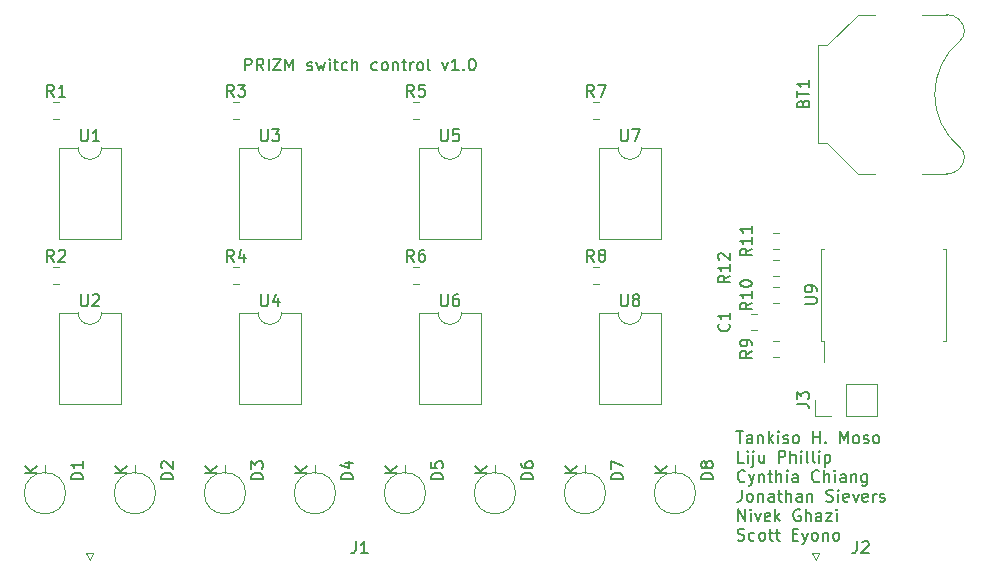
<source format=gto>
G04 #@! TF.GenerationSoftware,KiCad,Pcbnew,5.1.2-f72e74a~84~ubuntu19.04.1*
G04 #@! TF.CreationDate,2019-06-29T23:09:38+02:00*
G04 #@! TF.ProjectId,switch-control-hat,73776974-6368-42d6-936f-6e74726f6c2d,rev?*
G04 #@! TF.SameCoordinates,Original*
G04 #@! TF.FileFunction,Legend,Top*
G04 #@! TF.FilePolarity,Positive*
%FSLAX46Y46*%
G04 Gerber Fmt 4.6, Leading zero omitted, Abs format (unit mm)*
G04 Created by KiCad (PCBNEW 5.1.2-f72e74a~84~ubuntu19.04.1) date 2019-06-29 23:09:38*
%MOMM*%
%LPD*%
G04 APERTURE LIST*
%ADD10C,0.150000*%
%ADD11C,0.120000*%
G04 APERTURE END LIST*
D10*
X264391238Y-133325880D02*
X264962666Y-133325880D01*
X264676952Y-134325880D02*
X264676952Y-133325880D01*
X265724571Y-134325880D02*
X265724571Y-133802071D01*
X265676952Y-133706833D01*
X265581714Y-133659214D01*
X265391238Y-133659214D01*
X265296000Y-133706833D01*
X265724571Y-134278261D02*
X265629333Y-134325880D01*
X265391238Y-134325880D01*
X265296000Y-134278261D01*
X265248380Y-134183023D01*
X265248380Y-134087785D01*
X265296000Y-133992547D01*
X265391238Y-133944928D01*
X265629333Y-133944928D01*
X265724571Y-133897309D01*
X266200761Y-133659214D02*
X266200761Y-134325880D01*
X266200761Y-133754452D02*
X266248380Y-133706833D01*
X266343619Y-133659214D01*
X266486476Y-133659214D01*
X266581714Y-133706833D01*
X266629333Y-133802071D01*
X266629333Y-134325880D01*
X267105523Y-134325880D02*
X267105523Y-133325880D01*
X267200761Y-133944928D02*
X267486476Y-134325880D01*
X267486476Y-133659214D02*
X267105523Y-134040166D01*
X267915047Y-134325880D02*
X267915047Y-133659214D01*
X267915047Y-133325880D02*
X267867428Y-133373500D01*
X267915047Y-133421119D01*
X267962666Y-133373500D01*
X267915047Y-133325880D01*
X267915047Y-133421119D01*
X268343619Y-134278261D02*
X268438857Y-134325880D01*
X268629333Y-134325880D01*
X268724571Y-134278261D01*
X268772190Y-134183023D01*
X268772190Y-134135404D01*
X268724571Y-134040166D01*
X268629333Y-133992547D01*
X268486476Y-133992547D01*
X268391238Y-133944928D01*
X268343619Y-133849690D01*
X268343619Y-133802071D01*
X268391238Y-133706833D01*
X268486476Y-133659214D01*
X268629333Y-133659214D01*
X268724571Y-133706833D01*
X269343619Y-134325880D02*
X269248380Y-134278261D01*
X269200761Y-134230642D01*
X269153142Y-134135404D01*
X269153142Y-133849690D01*
X269200761Y-133754452D01*
X269248380Y-133706833D01*
X269343619Y-133659214D01*
X269486476Y-133659214D01*
X269581714Y-133706833D01*
X269629333Y-133754452D01*
X269676952Y-133849690D01*
X269676952Y-134135404D01*
X269629333Y-134230642D01*
X269581714Y-134278261D01*
X269486476Y-134325880D01*
X269343619Y-134325880D01*
X270867428Y-134325880D02*
X270867428Y-133325880D01*
X270867428Y-133802071D02*
X271438857Y-133802071D01*
X271438857Y-134325880D02*
X271438857Y-133325880D01*
X271915047Y-134230642D02*
X271962666Y-134278261D01*
X271915047Y-134325880D01*
X271867428Y-134278261D01*
X271915047Y-134230642D01*
X271915047Y-134325880D01*
X273153142Y-134325880D02*
X273153142Y-133325880D01*
X273486476Y-134040166D01*
X273819809Y-133325880D01*
X273819809Y-134325880D01*
X274438857Y-134325880D02*
X274343619Y-134278261D01*
X274296000Y-134230642D01*
X274248380Y-134135404D01*
X274248380Y-133849690D01*
X274296000Y-133754452D01*
X274343619Y-133706833D01*
X274438857Y-133659214D01*
X274581714Y-133659214D01*
X274676952Y-133706833D01*
X274724571Y-133754452D01*
X274772190Y-133849690D01*
X274772190Y-134135404D01*
X274724571Y-134230642D01*
X274676952Y-134278261D01*
X274581714Y-134325880D01*
X274438857Y-134325880D01*
X275153142Y-134278261D02*
X275248380Y-134325880D01*
X275438857Y-134325880D01*
X275534095Y-134278261D01*
X275581714Y-134183023D01*
X275581714Y-134135404D01*
X275534095Y-134040166D01*
X275438857Y-133992547D01*
X275296000Y-133992547D01*
X275200761Y-133944928D01*
X275153142Y-133849690D01*
X275153142Y-133802071D01*
X275200761Y-133706833D01*
X275296000Y-133659214D01*
X275438857Y-133659214D01*
X275534095Y-133706833D01*
X276153142Y-134325880D02*
X276057904Y-134278261D01*
X276010285Y-134230642D01*
X275962666Y-134135404D01*
X275962666Y-133849690D01*
X276010285Y-133754452D01*
X276057904Y-133706833D01*
X276153142Y-133659214D01*
X276296000Y-133659214D01*
X276391238Y-133706833D01*
X276438857Y-133754452D01*
X276486476Y-133849690D01*
X276486476Y-134135404D01*
X276438857Y-134230642D01*
X276391238Y-134278261D01*
X276296000Y-134325880D01*
X276153142Y-134325880D01*
X265010285Y-135975880D02*
X264534095Y-135975880D01*
X264534095Y-134975880D01*
X265343619Y-135975880D02*
X265343619Y-135309214D01*
X265343619Y-134975880D02*
X265296000Y-135023500D01*
X265343619Y-135071119D01*
X265391238Y-135023500D01*
X265343619Y-134975880D01*
X265343619Y-135071119D01*
X265819809Y-135309214D02*
X265819809Y-136166357D01*
X265772190Y-136261595D01*
X265676952Y-136309214D01*
X265629333Y-136309214D01*
X265819809Y-134975880D02*
X265772190Y-135023500D01*
X265819809Y-135071119D01*
X265867428Y-135023500D01*
X265819809Y-134975880D01*
X265819809Y-135071119D01*
X266724571Y-135309214D02*
X266724571Y-135975880D01*
X266296000Y-135309214D02*
X266296000Y-135833023D01*
X266343619Y-135928261D01*
X266438857Y-135975880D01*
X266581714Y-135975880D01*
X266676952Y-135928261D01*
X266724571Y-135880642D01*
X267962666Y-135975880D02*
X267962666Y-134975880D01*
X268343619Y-134975880D01*
X268438857Y-135023500D01*
X268486476Y-135071119D01*
X268534095Y-135166357D01*
X268534095Y-135309214D01*
X268486476Y-135404452D01*
X268438857Y-135452071D01*
X268343619Y-135499690D01*
X267962666Y-135499690D01*
X268962666Y-135975880D02*
X268962666Y-134975880D01*
X269391238Y-135975880D02*
X269391238Y-135452071D01*
X269343619Y-135356833D01*
X269248380Y-135309214D01*
X269105523Y-135309214D01*
X269010285Y-135356833D01*
X268962666Y-135404452D01*
X269867428Y-135975880D02*
X269867428Y-135309214D01*
X269867428Y-134975880D02*
X269819809Y-135023500D01*
X269867428Y-135071119D01*
X269915047Y-135023500D01*
X269867428Y-134975880D01*
X269867428Y-135071119D01*
X270486476Y-135975880D02*
X270391238Y-135928261D01*
X270343619Y-135833023D01*
X270343619Y-134975880D01*
X271010285Y-135975880D02*
X270915047Y-135928261D01*
X270867428Y-135833023D01*
X270867428Y-134975880D01*
X271391238Y-135975880D02*
X271391238Y-135309214D01*
X271391238Y-134975880D02*
X271343619Y-135023500D01*
X271391238Y-135071119D01*
X271438857Y-135023500D01*
X271391238Y-134975880D01*
X271391238Y-135071119D01*
X271867428Y-135309214D02*
X271867428Y-136309214D01*
X271867428Y-135356833D02*
X271962666Y-135309214D01*
X272153142Y-135309214D01*
X272248380Y-135356833D01*
X272296000Y-135404452D01*
X272343619Y-135499690D01*
X272343619Y-135785404D01*
X272296000Y-135880642D01*
X272248380Y-135928261D01*
X272153142Y-135975880D01*
X271962666Y-135975880D01*
X271867428Y-135928261D01*
X265105523Y-137530642D02*
X265057904Y-137578261D01*
X264915047Y-137625880D01*
X264819809Y-137625880D01*
X264676952Y-137578261D01*
X264581714Y-137483023D01*
X264534095Y-137387785D01*
X264486476Y-137197309D01*
X264486476Y-137054452D01*
X264534095Y-136863976D01*
X264581714Y-136768738D01*
X264676952Y-136673500D01*
X264819809Y-136625880D01*
X264915047Y-136625880D01*
X265057904Y-136673500D01*
X265105523Y-136721119D01*
X265438857Y-136959214D02*
X265676952Y-137625880D01*
X265915047Y-136959214D02*
X265676952Y-137625880D01*
X265581714Y-137863976D01*
X265534095Y-137911595D01*
X265438857Y-137959214D01*
X266296000Y-136959214D02*
X266296000Y-137625880D01*
X266296000Y-137054452D02*
X266343619Y-137006833D01*
X266438857Y-136959214D01*
X266581714Y-136959214D01*
X266676952Y-137006833D01*
X266724571Y-137102071D01*
X266724571Y-137625880D01*
X267057904Y-136959214D02*
X267438857Y-136959214D01*
X267200761Y-136625880D02*
X267200761Y-137483023D01*
X267248380Y-137578261D01*
X267343619Y-137625880D01*
X267438857Y-137625880D01*
X267772190Y-137625880D02*
X267772190Y-136625880D01*
X268200761Y-137625880D02*
X268200761Y-137102071D01*
X268153142Y-137006833D01*
X268057904Y-136959214D01*
X267915047Y-136959214D01*
X267819809Y-137006833D01*
X267772190Y-137054452D01*
X268676952Y-137625880D02*
X268676952Y-136959214D01*
X268676952Y-136625880D02*
X268629333Y-136673500D01*
X268676952Y-136721119D01*
X268724571Y-136673500D01*
X268676952Y-136625880D01*
X268676952Y-136721119D01*
X269581714Y-137625880D02*
X269581714Y-137102071D01*
X269534095Y-137006833D01*
X269438857Y-136959214D01*
X269248380Y-136959214D01*
X269153142Y-137006833D01*
X269581714Y-137578261D02*
X269486476Y-137625880D01*
X269248380Y-137625880D01*
X269153142Y-137578261D01*
X269105523Y-137483023D01*
X269105523Y-137387785D01*
X269153142Y-137292547D01*
X269248380Y-137244928D01*
X269486476Y-137244928D01*
X269581714Y-137197309D01*
X271391238Y-137530642D02*
X271343619Y-137578261D01*
X271200761Y-137625880D01*
X271105523Y-137625880D01*
X270962666Y-137578261D01*
X270867428Y-137483023D01*
X270819809Y-137387785D01*
X270772190Y-137197309D01*
X270772190Y-137054452D01*
X270819809Y-136863976D01*
X270867428Y-136768738D01*
X270962666Y-136673500D01*
X271105523Y-136625880D01*
X271200761Y-136625880D01*
X271343619Y-136673500D01*
X271391238Y-136721119D01*
X271819809Y-137625880D02*
X271819809Y-136625880D01*
X272248380Y-137625880D02*
X272248380Y-137102071D01*
X272200761Y-137006833D01*
X272105523Y-136959214D01*
X271962666Y-136959214D01*
X271867428Y-137006833D01*
X271819809Y-137054452D01*
X272724571Y-137625880D02*
X272724571Y-136959214D01*
X272724571Y-136625880D02*
X272676952Y-136673500D01*
X272724571Y-136721119D01*
X272772190Y-136673500D01*
X272724571Y-136625880D01*
X272724571Y-136721119D01*
X273629333Y-137625880D02*
X273629333Y-137102071D01*
X273581714Y-137006833D01*
X273486476Y-136959214D01*
X273296000Y-136959214D01*
X273200761Y-137006833D01*
X273629333Y-137578261D02*
X273534095Y-137625880D01*
X273296000Y-137625880D01*
X273200761Y-137578261D01*
X273153142Y-137483023D01*
X273153142Y-137387785D01*
X273200761Y-137292547D01*
X273296000Y-137244928D01*
X273534095Y-137244928D01*
X273629333Y-137197309D01*
X274105523Y-136959214D02*
X274105523Y-137625880D01*
X274105523Y-137054452D02*
X274153142Y-137006833D01*
X274248380Y-136959214D01*
X274391238Y-136959214D01*
X274486476Y-137006833D01*
X274534095Y-137102071D01*
X274534095Y-137625880D01*
X275438857Y-136959214D02*
X275438857Y-137768738D01*
X275391238Y-137863976D01*
X275343619Y-137911595D01*
X275248380Y-137959214D01*
X275105523Y-137959214D01*
X275010285Y-137911595D01*
X275438857Y-137578261D02*
X275343619Y-137625880D01*
X275153142Y-137625880D01*
X275057904Y-137578261D01*
X275010285Y-137530642D01*
X274962666Y-137435404D01*
X274962666Y-137149690D01*
X275010285Y-137054452D01*
X275057904Y-137006833D01*
X275153142Y-136959214D01*
X275343619Y-136959214D01*
X275438857Y-137006833D01*
X264819809Y-138275880D02*
X264819809Y-138990166D01*
X264772190Y-139133023D01*
X264676952Y-139228261D01*
X264534095Y-139275880D01*
X264438857Y-139275880D01*
X265438857Y-139275880D02*
X265343619Y-139228261D01*
X265296000Y-139180642D01*
X265248380Y-139085404D01*
X265248380Y-138799690D01*
X265296000Y-138704452D01*
X265343619Y-138656833D01*
X265438857Y-138609214D01*
X265581714Y-138609214D01*
X265676952Y-138656833D01*
X265724571Y-138704452D01*
X265772190Y-138799690D01*
X265772190Y-139085404D01*
X265724571Y-139180642D01*
X265676952Y-139228261D01*
X265581714Y-139275880D01*
X265438857Y-139275880D01*
X266200761Y-138609214D02*
X266200761Y-139275880D01*
X266200761Y-138704452D02*
X266248380Y-138656833D01*
X266343619Y-138609214D01*
X266486476Y-138609214D01*
X266581714Y-138656833D01*
X266629333Y-138752071D01*
X266629333Y-139275880D01*
X267534095Y-139275880D02*
X267534095Y-138752071D01*
X267486476Y-138656833D01*
X267391238Y-138609214D01*
X267200761Y-138609214D01*
X267105523Y-138656833D01*
X267534095Y-139228261D02*
X267438857Y-139275880D01*
X267200761Y-139275880D01*
X267105523Y-139228261D01*
X267057904Y-139133023D01*
X267057904Y-139037785D01*
X267105523Y-138942547D01*
X267200761Y-138894928D01*
X267438857Y-138894928D01*
X267534095Y-138847309D01*
X267867428Y-138609214D02*
X268248380Y-138609214D01*
X268010285Y-138275880D02*
X268010285Y-139133023D01*
X268057904Y-139228261D01*
X268153142Y-139275880D01*
X268248380Y-139275880D01*
X268581714Y-139275880D02*
X268581714Y-138275880D01*
X269010285Y-139275880D02*
X269010285Y-138752071D01*
X268962666Y-138656833D01*
X268867428Y-138609214D01*
X268724571Y-138609214D01*
X268629333Y-138656833D01*
X268581714Y-138704452D01*
X269915047Y-139275880D02*
X269915047Y-138752071D01*
X269867428Y-138656833D01*
X269772190Y-138609214D01*
X269581714Y-138609214D01*
X269486476Y-138656833D01*
X269915047Y-139228261D02*
X269819809Y-139275880D01*
X269581714Y-139275880D01*
X269486476Y-139228261D01*
X269438857Y-139133023D01*
X269438857Y-139037785D01*
X269486476Y-138942547D01*
X269581714Y-138894928D01*
X269819809Y-138894928D01*
X269915047Y-138847309D01*
X270391238Y-138609214D02*
X270391238Y-139275880D01*
X270391238Y-138704452D02*
X270438857Y-138656833D01*
X270534095Y-138609214D01*
X270676952Y-138609214D01*
X270772190Y-138656833D01*
X270819809Y-138752071D01*
X270819809Y-139275880D01*
X272010285Y-139228261D02*
X272153142Y-139275880D01*
X272391238Y-139275880D01*
X272486476Y-139228261D01*
X272534095Y-139180642D01*
X272581714Y-139085404D01*
X272581714Y-138990166D01*
X272534095Y-138894928D01*
X272486476Y-138847309D01*
X272391238Y-138799690D01*
X272200761Y-138752071D01*
X272105523Y-138704452D01*
X272057904Y-138656833D01*
X272010285Y-138561595D01*
X272010285Y-138466357D01*
X272057904Y-138371119D01*
X272105523Y-138323500D01*
X272200761Y-138275880D01*
X272438857Y-138275880D01*
X272581714Y-138323500D01*
X273010285Y-139275880D02*
X273010285Y-138609214D01*
X273010285Y-138275880D02*
X272962666Y-138323500D01*
X273010285Y-138371119D01*
X273057904Y-138323500D01*
X273010285Y-138275880D01*
X273010285Y-138371119D01*
X273867428Y-139228261D02*
X273772190Y-139275880D01*
X273581714Y-139275880D01*
X273486476Y-139228261D01*
X273438857Y-139133023D01*
X273438857Y-138752071D01*
X273486476Y-138656833D01*
X273581714Y-138609214D01*
X273772190Y-138609214D01*
X273867428Y-138656833D01*
X273915047Y-138752071D01*
X273915047Y-138847309D01*
X273438857Y-138942547D01*
X274248380Y-138609214D02*
X274486476Y-139275880D01*
X274724571Y-138609214D01*
X275486476Y-139228261D02*
X275391238Y-139275880D01*
X275200761Y-139275880D01*
X275105523Y-139228261D01*
X275057904Y-139133023D01*
X275057904Y-138752071D01*
X275105523Y-138656833D01*
X275200761Y-138609214D01*
X275391238Y-138609214D01*
X275486476Y-138656833D01*
X275534095Y-138752071D01*
X275534095Y-138847309D01*
X275057904Y-138942547D01*
X275962666Y-139275880D02*
X275962666Y-138609214D01*
X275962666Y-138799690D02*
X276010285Y-138704452D01*
X276057904Y-138656833D01*
X276153142Y-138609214D01*
X276248380Y-138609214D01*
X276534095Y-139228261D02*
X276629333Y-139275880D01*
X276819809Y-139275880D01*
X276915047Y-139228261D01*
X276962666Y-139133023D01*
X276962666Y-139085404D01*
X276915047Y-138990166D01*
X276819809Y-138942547D01*
X276676952Y-138942547D01*
X276581714Y-138894928D01*
X276534095Y-138799690D01*
X276534095Y-138752071D01*
X276581714Y-138656833D01*
X276676952Y-138609214D01*
X276819809Y-138609214D01*
X276915047Y-138656833D01*
X264534095Y-140925880D02*
X264534095Y-139925880D01*
X265105523Y-140925880D01*
X265105523Y-139925880D01*
X265581714Y-140925880D02*
X265581714Y-140259214D01*
X265581714Y-139925880D02*
X265534095Y-139973500D01*
X265581714Y-140021119D01*
X265629333Y-139973500D01*
X265581714Y-139925880D01*
X265581714Y-140021119D01*
X265962666Y-140259214D02*
X266200761Y-140925880D01*
X266438857Y-140259214D01*
X267200761Y-140878261D02*
X267105523Y-140925880D01*
X266915047Y-140925880D01*
X266819809Y-140878261D01*
X266772190Y-140783023D01*
X266772190Y-140402071D01*
X266819809Y-140306833D01*
X266915047Y-140259214D01*
X267105523Y-140259214D01*
X267200761Y-140306833D01*
X267248380Y-140402071D01*
X267248380Y-140497309D01*
X266772190Y-140592547D01*
X267676952Y-140925880D02*
X267676952Y-139925880D01*
X267772190Y-140544928D02*
X268057904Y-140925880D01*
X268057904Y-140259214D02*
X267676952Y-140640166D01*
X269772190Y-139973500D02*
X269676952Y-139925880D01*
X269534095Y-139925880D01*
X269391238Y-139973500D01*
X269296000Y-140068738D01*
X269248380Y-140163976D01*
X269200761Y-140354452D01*
X269200761Y-140497309D01*
X269248380Y-140687785D01*
X269296000Y-140783023D01*
X269391238Y-140878261D01*
X269534095Y-140925880D01*
X269629333Y-140925880D01*
X269772190Y-140878261D01*
X269819809Y-140830642D01*
X269819809Y-140497309D01*
X269629333Y-140497309D01*
X270248380Y-140925880D02*
X270248380Y-139925880D01*
X270676952Y-140925880D02*
X270676952Y-140402071D01*
X270629333Y-140306833D01*
X270534095Y-140259214D01*
X270391238Y-140259214D01*
X270296000Y-140306833D01*
X270248380Y-140354452D01*
X271581714Y-140925880D02*
X271581714Y-140402071D01*
X271534095Y-140306833D01*
X271438857Y-140259214D01*
X271248380Y-140259214D01*
X271153142Y-140306833D01*
X271581714Y-140878261D02*
X271486476Y-140925880D01*
X271248380Y-140925880D01*
X271153142Y-140878261D01*
X271105523Y-140783023D01*
X271105523Y-140687785D01*
X271153142Y-140592547D01*
X271248380Y-140544928D01*
X271486476Y-140544928D01*
X271581714Y-140497309D01*
X271962666Y-140259214D02*
X272486476Y-140259214D01*
X271962666Y-140925880D01*
X272486476Y-140925880D01*
X272867428Y-140925880D02*
X272867428Y-140259214D01*
X272867428Y-139925880D02*
X272819809Y-139973500D01*
X272867428Y-140021119D01*
X272915047Y-139973500D01*
X272867428Y-139925880D01*
X272867428Y-140021119D01*
X264486476Y-142528261D02*
X264629333Y-142575880D01*
X264867428Y-142575880D01*
X264962666Y-142528261D01*
X265010285Y-142480642D01*
X265057904Y-142385404D01*
X265057904Y-142290166D01*
X265010285Y-142194928D01*
X264962666Y-142147309D01*
X264867428Y-142099690D01*
X264676952Y-142052071D01*
X264581714Y-142004452D01*
X264534095Y-141956833D01*
X264486476Y-141861595D01*
X264486476Y-141766357D01*
X264534095Y-141671119D01*
X264581714Y-141623500D01*
X264676952Y-141575880D01*
X264915047Y-141575880D01*
X265057904Y-141623500D01*
X265915047Y-142528261D02*
X265819809Y-142575880D01*
X265629333Y-142575880D01*
X265534095Y-142528261D01*
X265486476Y-142480642D01*
X265438857Y-142385404D01*
X265438857Y-142099690D01*
X265486476Y-142004452D01*
X265534095Y-141956833D01*
X265629333Y-141909214D01*
X265819809Y-141909214D01*
X265915047Y-141956833D01*
X266486476Y-142575880D02*
X266391238Y-142528261D01*
X266343619Y-142480642D01*
X266296000Y-142385404D01*
X266296000Y-142099690D01*
X266343619Y-142004452D01*
X266391238Y-141956833D01*
X266486476Y-141909214D01*
X266629333Y-141909214D01*
X266724571Y-141956833D01*
X266772190Y-142004452D01*
X266819809Y-142099690D01*
X266819809Y-142385404D01*
X266772190Y-142480642D01*
X266724571Y-142528261D01*
X266629333Y-142575880D01*
X266486476Y-142575880D01*
X267105523Y-141909214D02*
X267486476Y-141909214D01*
X267248380Y-141575880D02*
X267248380Y-142433023D01*
X267296000Y-142528261D01*
X267391238Y-142575880D01*
X267486476Y-142575880D01*
X267676952Y-141909214D02*
X268057904Y-141909214D01*
X267819809Y-141575880D02*
X267819809Y-142433023D01*
X267867428Y-142528261D01*
X267962666Y-142575880D01*
X268057904Y-142575880D01*
X269153142Y-142052071D02*
X269486476Y-142052071D01*
X269629333Y-142575880D02*
X269153142Y-142575880D01*
X269153142Y-141575880D01*
X269629333Y-141575880D01*
X269962666Y-141909214D02*
X270200761Y-142575880D01*
X270438857Y-141909214D02*
X270200761Y-142575880D01*
X270105523Y-142813976D01*
X270057904Y-142861595D01*
X269962666Y-142909214D01*
X270962666Y-142575880D02*
X270867428Y-142528261D01*
X270819809Y-142480642D01*
X270772190Y-142385404D01*
X270772190Y-142099690D01*
X270819809Y-142004452D01*
X270867428Y-141956833D01*
X270962666Y-141909214D01*
X271105523Y-141909214D01*
X271200761Y-141956833D01*
X271248380Y-142004452D01*
X271296000Y-142099690D01*
X271296000Y-142385404D01*
X271248380Y-142480642D01*
X271200761Y-142528261D01*
X271105523Y-142575880D01*
X270962666Y-142575880D01*
X271724571Y-141909214D02*
X271724571Y-142575880D01*
X271724571Y-142004452D02*
X271772190Y-141956833D01*
X271867428Y-141909214D01*
X272010285Y-141909214D01*
X272105523Y-141956833D01*
X272153142Y-142052071D01*
X272153142Y-142575880D01*
X272772190Y-142575880D02*
X272676952Y-142528261D01*
X272629333Y-142480642D01*
X272581714Y-142385404D01*
X272581714Y-142099690D01*
X272629333Y-142004452D01*
X272676952Y-141956833D01*
X272772190Y-141909214D01*
X272915047Y-141909214D01*
X273010285Y-141956833D01*
X273057904Y-142004452D01*
X273105523Y-142099690D01*
X273105523Y-142385404D01*
X273057904Y-142480642D01*
X273010285Y-142528261D01*
X272915047Y-142575880D01*
X272772190Y-142575880D01*
X222773904Y-102763880D02*
X222773904Y-101763880D01*
X223154857Y-101763880D01*
X223250095Y-101811500D01*
X223297714Y-101859119D01*
X223345333Y-101954357D01*
X223345333Y-102097214D01*
X223297714Y-102192452D01*
X223250095Y-102240071D01*
X223154857Y-102287690D01*
X222773904Y-102287690D01*
X224345333Y-102763880D02*
X224012000Y-102287690D01*
X223773904Y-102763880D02*
X223773904Y-101763880D01*
X224154857Y-101763880D01*
X224250095Y-101811500D01*
X224297714Y-101859119D01*
X224345333Y-101954357D01*
X224345333Y-102097214D01*
X224297714Y-102192452D01*
X224250095Y-102240071D01*
X224154857Y-102287690D01*
X223773904Y-102287690D01*
X224773904Y-102763880D02*
X224773904Y-101763880D01*
X225154857Y-101763880D02*
X225821523Y-101763880D01*
X225154857Y-102763880D01*
X225821523Y-102763880D01*
X226202476Y-102763880D02*
X226202476Y-101763880D01*
X226535809Y-102478166D01*
X226869142Y-101763880D01*
X226869142Y-102763880D01*
X228059619Y-102716261D02*
X228154857Y-102763880D01*
X228345333Y-102763880D01*
X228440571Y-102716261D01*
X228488190Y-102621023D01*
X228488190Y-102573404D01*
X228440571Y-102478166D01*
X228345333Y-102430547D01*
X228202476Y-102430547D01*
X228107238Y-102382928D01*
X228059619Y-102287690D01*
X228059619Y-102240071D01*
X228107238Y-102144833D01*
X228202476Y-102097214D01*
X228345333Y-102097214D01*
X228440571Y-102144833D01*
X228821523Y-102097214D02*
X229012000Y-102763880D01*
X229202476Y-102287690D01*
X229392952Y-102763880D01*
X229583428Y-102097214D01*
X229964380Y-102763880D02*
X229964380Y-102097214D01*
X229964380Y-101763880D02*
X229916761Y-101811500D01*
X229964380Y-101859119D01*
X230012000Y-101811500D01*
X229964380Y-101763880D01*
X229964380Y-101859119D01*
X230297714Y-102097214D02*
X230678666Y-102097214D01*
X230440571Y-101763880D02*
X230440571Y-102621023D01*
X230488190Y-102716261D01*
X230583428Y-102763880D01*
X230678666Y-102763880D01*
X231440571Y-102716261D02*
X231345333Y-102763880D01*
X231154857Y-102763880D01*
X231059619Y-102716261D01*
X231012000Y-102668642D01*
X230964380Y-102573404D01*
X230964380Y-102287690D01*
X231012000Y-102192452D01*
X231059619Y-102144833D01*
X231154857Y-102097214D01*
X231345333Y-102097214D01*
X231440571Y-102144833D01*
X231869142Y-102763880D02*
X231869142Y-101763880D01*
X232297714Y-102763880D02*
X232297714Y-102240071D01*
X232250095Y-102144833D01*
X232154857Y-102097214D01*
X232012000Y-102097214D01*
X231916761Y-102144833D01*
X231869142Y-102192452D01*
X233964380Y-102716261D02*
X233869142Y-102763880D01*
X233678666Y-102763880D01*
X233583428Y-102716261D01*
X233535809Y-102668642D01*
X233488190Y-102573404D01*
X233488190Y-102287690D01*
X233535809Y-102192452D01*
X233583428Y-102144833D01*
X233678666Y-102097214D01*
X233869142Y-102097214D01*
X233964380Y-102144833D01*
X234535809Y-102763880D02*
X234440571Y-102716261D01*
X234392952Y-102668642D01*
X234345333Y-102573404D01*
X234345333Y-102287690D01*
X234392952Y-102192452D01*
X234440571Y-102144833D01*
X234535809Y-102097214D01*
X234678666Y-102097214D01*
X234773904Y-102144833D01*
X234821523Y-102192452D01*
X234869142Y-102287690D01*
X234869142Y-102573404D01*
X234821523Y-102668642D01*
X234773904Y-102716261D01*
X234678666Y-102763880D01*
X234535809Y-102763880D01*
X235297714Y-102097214D02*
X235297714Y-102763880D01*
X235297714Y-102192452D02*
X235345333Y-102144833D01*
X235440571Y-102097214D01*
X235583428Y-102097214D01*
X235678666Y-102144833D01*
X235726285Y-102240071D01*
X235726285Y-102763880D01*
X236059619Y-102097214D02*
X236440571Y-102097214D01*
X236202476Y-101763880D02*
X236202476Y-102621023D01*
X236250095Y-102716261D01*
X236345333Y-102763880D01*
X236440571Y-102763880D01*
X236773904Y-102763880D02*
X236773904Y-102097214D01*
X236773904Y-102287690D02*
X236821523Y-102192452D01*
X236869142Y-102144833D01*
X236964380Y-102097214D01*
X237059619Y-102097214D01*
X237535809Y-102763880D02*
X237440571Y-102716261D01*
X237392952Y-102668642D01*
X237345333Y-102573404D01*
X237345333Y-102287690D01*
X237392952Y-102192452D01*
X237440571Y-102144833D01*
X237535809Y-102097214D01*
X237678666Y-102097214D01*
X237773904Y-102144833D01*
X237821523Y-102192452D01*
X237869142Y-102287690D01*
X237869142Y-102573404D01*
X237821523Y-102668642D01*
X237773904Y-102716261D01*
X237678666Y-102763880D01*
X237535809Y-102763880D01*
X238440571Y-102763880D02*
X238345333Y-102716261D01*
X238297714Y-102621023D01*
X238297714Y-101763880D01*
X239488190Y-102097214D02*
X239726285Y-102763880D01*
X239964380Y-102097214D01*
X240869142Y-102763880D02*
X240297714Y-102763880D01*
X240583428Y-102763880D02*
X240583428Y-101763880D01*
X240488190Y-101906738D01*
X240392952Y-102001976D01*
X240297714Y-102049595D01*
X241297714Y-102668642D02*
X241345333Y-102716261D01*
X241297714Y-102763880D01*
X241250095Y-102716261D01*
X241297714Y-102668642D01*
X241297714Y-102763880D01*
X241964380Y-101763880D02*
X242059619Y-101763880D01*
X242154857Y-101811500D01*
X242202476Y-101859119D01*
X242250095Y-101954357D01*
X242297714Y-102144833D01*
X242297714Y-102382928D01*
X242250095Y-102573404D01*
X242202476Y-102668642D01*
X242154857Y-102716261D01*
X242059619Y-102763880D01*
X241964380Y-102763880D01*
X241869142Y-102716261D01*
X241821523Y-102668642D01*
X241773904Y-102573404D01*
X241726285Y-102382928D01*
X241726285Y-102144833D01*
X241773904Y-101954357D01*
X241821523Y-101859119D01*
X241869142Y-101811500D01*
X241964380Y-101763880D01*
D11*
X270820000Y-143590000D02*
X271420000Y-143590000D01*
X271120000Y-144190000D02*
X270820000Y-143590000D01*
X271420000Y-143590000D02*
X271120000Y-144190000D01*
X209952000Y-143590000D02*
X209652000Y-144190000D01*
X209652000Y-144190000D02*
X209352000Y-143590000D01*
X209352000Y-143590000D02*
X209952000Y-143590000D01*
X215212635Y-138570000D02*
G75*
G03X215212635Y-138570000I-1750635J0D01*
G01*
X213462000Y-136819365D02*
X213462000Y-136160000D01*
X259182000Y-136819365D02*
X259182000Y-136160000D01*
X260932635Y-138570000D02*
G75*
G03X260932635Y-138570000I-1750635J0D01*
G01*
X271830000Y-125642000D02*
X271830000Y-127457000D01*
X271575000Y-125642000D02*
X271830000Y-125642000D01*
X271575000Y-121782000D02*
X271575000Y-125642000D01*
X271575000Y-117922000D02*
X271830000Y-117922000D01*
X271575000Y-121782000D02*
X271575000Y-117922000D01*
X282095000Y-125642000D02*
X281840000Y-125642000D01*
X282095000Y-121782000D02*
X282095000Y-125642000D01*
X282095000Y-117922000D02*
X281840000Y-117922000D01*
X282095000Y-121782000D02*
X282095000Y-117922000D01*
X274655000Y-98038000D02*
X276105000Y-98038000D01*
X272055000Y-100638000D02*
X274655000Y-98038000D01*
X271255000Y-100638000D02*
X272055000Y-100638000D01*
X271255000Y-108938000D02*
X271255000Y-100638000D01*
X272055000Y-108938000D02*
X271255000Y-108938000D01*
X274655000Y-111538000D02*
X272055000Y-108938000D01*
X276105000Y-111538000D02*
X274655000Y-111538000D01*
X280105000Y-111538000D02*
X282205000Y-111538000D01*
X280105000Y-98038000D02*
X282205000Y-98038000D01*
X282155000Y-111538000D02*
G75*
G03X283705000Y-110088000I50000J1500000D01*
G01*
X282155000Y-98038000D02*
G75*
G02X283705000Y-99488000I50000J-1500000D01*
G01*
X283293671Y-100297339D02*
G75*
G03X283305000Y-109288000I3711329J-4490661D01*
G01*
X283689160Y-110202615D02*
G75*
G03X283305000Y-109288000I-984160J124615D01*
G01*
X283689160Y-99373385D02*
G75*
G02X283305000Y-100288000I-984160J-124615D01*
G01*
X267480922Y-120206000D02*
X267998078Y-120206000D01*
X267480922Y-118786000D02*
X267998078Y-118786000D01*
X267480922Y-117920000D02*
X267998078Y-117920000D01*
X267480922Y-116500000D02*
X267998078Y-116500000D01*
X267998078Y-121072000D02*
X267480922Y-121072000D01*
X267998078Y-122492000D02*
X267480922Y-122492000D01*
X267998078Y-125644000D02*
X267480922Y-125644000D01*
X267998078Y-127064000D02*
X267480922Y-127064000D01*
X271060000Y-132002000D02*
X271060000Y-130672000D01*
X272390000Y-132002000D02*
X271060000Y-132002000D01*
X273660000Y-132002000D02*
X273660000Y-129342000D01*
X273660000Y-129342000D02*
X276260000Y-129342000D01*
X273660000Y-132002000D02*
X276260000Y-132002000D01*
X276260000Y-132002000D02*
X276260000Y-129342000D01*
X266123078Y-123358000D02*
X265605922Y-123358000D01*
X266123078Y-124778000D02*
X265605922Y-124778000D01*
X251562000Y-136819365D02*
X251562000Y-136160000D01*
X253312635Y-138570000D02*
G75*
G03X253312635Y-138570000I-1750635J0D01*
G01*
X243942000Y-136819365D02*
X243942000Y-136160000D01*
X245692635Y-138570000D02*
G75*
G03X245692635Y-138570000I-1750635J0D01*
G01*
X236322000Y-136819365D02*
X236322000Y-136160000D01*
X238072635Y-138570000D02*
G75*
G03X238072635Y-138570000I-1750635J0D01*
G01*
X228702000Y-136819365D02*
X228702000Y-136160000D01*
X230452635Y-138570000D02*
G75*
G03X230452635Y-138570000I-1750635J0D01*
G01*
X221082000Y-136819365D02*
X221082000Y-136160000D01*
X222832635Y-138570000D02*
G75*
G03X222832635Y-138570000I-1750635J0D01*
G01*
X207592635Y-138570000D02*
G75*
G03X207592635Y-138570000I-1750635J0D01*
G01*
X205842000Y-136819365D02*
X205842000Y-136160000D01*
X225892000Y-109300000D02*
G75*
G02X223892000Y-109300000I-1000000J0D01*
G01*
X223892000Y-109300000D02*
X222242000Y-109300000D01*
X222242000Y-109300000D02*
X222242000Y-117040000D01*
X222242000Y-117040000D02*
X227542000Y-117040000D01*
X227542000Y-117040000D02*
X227542000Y-109300000D01*
X227542000Y-109300000D02*
X225892000Y-109300000D01*
X206520922Y-106895000D02*
X207038078Y-106895000D01*
X206520922Y-105475000D02*
X207038078Y-105475000D01*
X206520922Y-120865000D02*
X207038078Y-120865000D01*
X206520922Y-119445000D02*
X207038078Y-119445000D01*
X221760922Y-105475000D02*
X222278078Y-105475000D01*
X221760922Y-106895000D02*
X222278078Y-106895000D01*
X221760922Y-120865000D02*
X222278078Y-120865000D01*
X221760922Y-119445000D02*
X222278078Y-119445000D01*
X237000922Y-105475000D02*
X237518078Y-105475000D01*
X237000922Y-106895000D02*
X237518078Y-106895000D01*
X237000922Y-119445000D02*
X237518078Y-119445000D01*
X237000922Y-120865000D02*
X237518078Y-120865000D01*
X252240922Y-106895000D02*
X252758078Y-106895000D01*
X252240922Y-105475000D02*
X252758078Y-105475000D01*
X252240922Y-119445000D02*
X252758078Y-119445000D01*
X252240922Y-120865000D02*
X252758078Y-120865000D01*
X212302000Y-109300000D02*
X210652000Y-109300000D01*
X212302000Y-117040000D02*
X212302000Y-109300000D01*
X207002000Y-117040000D02*
X212302000Y-117040000D01*
X207002000Y-109300000D02*
X207002000Y-117040000D01*
X208652000Y-109300000D02*
X207002000Y-109300000D01*
X210652000Y-109300000D02*
G75*
G02X208652000Y-109300000I-1000000J0D01*
G01*
X210652000Y-123270000D02*
G75*
G02X208652000Y-123270000I-1000000J0D01*
G01*
X208652000Y-123270000D02*
X207002000Y-123270000D01*
X207002000Y-123270000D02*
X207002000Y-131010000D01*
X207002000Y-131010000D02*
X212302000Y-131010000D01*
X212302000Y-131010000D02*
X212302000Y-123270000D01*
X212302000Y-123270000D02*
X210652000Y-123270000D01*
X227542000Y-123270000D02*
X225892000Y-123270000D01*
X227542000Y-131010000D02*
X227542000Y-123270000D01*
X222242000Y-131010000D02*
X227542000Y-131010000D01*
X222242000Y-123270000D02*
X222242000Y-131010000D01*
X223892000Y-123270000D02*
X222242000Y-123270000D01*
X225892000Y-123270000D02*
G75*
G02X223892000Y-123270000I-1000000J0D01*
G01*
X241132000Y-109300000D02*
G75*
G02X239132000Y-109300000I-1000000J0D01*
G01*
X239132000Y-109300000D02*
X237482000Y-109300000D01*
X237482000Y-109300000D02*
X237482000Y-117040000D01*
X237482000Y-117040000D02*
X242782000Y-117040000D01*
X242782000Y-117040000D02*
X242782000Y-109300000D01*
X242782000Y-109300000D02*
X241132000Y-109300000D01*
X242782000Y-123270000D02*
X241132000Y-123270000D01*
X242782000Y-131010000D02*
X242782000Y-123270000D01*
X237482000Y-131010000D02*
X242782000Y-131010000D01*
X237482000Y-123270000D02*
X237482000Y-131010000D01*
X239132000Y-123270000D02*
X237482000Y-123270000D01*
X241132000Y-123270000D02*
G75*
G02X239132000Y-123270000I-1000000J0D01*
G01*
X256372000Y-109300000D02*
G75*
G02X254372000Y-109300000I-1000000J0D01*
G01*
X254372000Y-109300000D02*
X252722000Y-109300000D01*
X252722000Y-109300000D02*
X252722000Y-117040000D01*
X252722000Y-117040000D02*
X258022000Y-117040000D01*
X258022000Y-117040000D02*
X258022000Y-109300000D01*
X258022000Y-109300000D02*
X256372000Y-109300000D01*
X258022000Y-123270000D02*
X256372000Y-123270000D01*
X258022000Y-131010000D02*
X258022000Y-123270000D01*
X252722000Y-131010000D02*
X258022000Y-131010000D01*
X252722000Y-123270000D02*
X252722000Y-131010000D01*
X254372000Y-123270000D02*
X252722000Y-123270000D01*
X256372000Y-123270000D02*
G75*
G02X254372000Y-123270000I-1000000J0D01*
G01*
D10*
X274596666Y-142642380D02*
X274596666Y-143356666D01*
X274549047Y-143499523D01*
X274453809Y-143594761D01*
X274310952Y-143642380D01*
X274215714Y-143642380D01*
X275025238Y-142737619D02*
X275072857Y-142690000D01*
X275168095Y-142642380D01*
X275406190Y-142642380D01*
X275501428Y-142690000D01*
X275549047Y-142737619D01*
X275596666Y-142832857D01*
X275596666Y-142928095D01*
X275549047Y-143070952D01*
X274977619Y-143642380D01*
X275596666Y-143642380D01*
X232178666Y-142642380D02*
X232178666Y-143356666D01*
X232131047Y-143499523D01*
X232035809Y-143594761D01*
X231892952Y-143642380D01*
X231797714Y-143642380D01*
X233178666Y-143642380D02*
X232607238Y-143642380D01*
X232892952Y-143642380D02*
X232892952Y-142642380D01*
X232797714Y-142785238D01*
X232702476Y-142880476D01*
X232607238Y-142928095D01*
X216665015Y-137403095D02*
X215665015Y-137403095D01*
X215665015Y-137165000D01*
X215712635Y-137022142D01*
X215807873Y-136926904D01*
X215903111Y-136879285D01*
X216093587Y-136831666D01*
X216236444Y-136831666D01*
X216426920Y-136879285D01*
X216522158Y-136926904D01*
X216617396Y-137022142D01*
X216665015Y-137165000D01*
X216665015Y-137403095D01*
X215760254Y-136450714D02*
X215712635Y-136403095D01*
X215665015Y-136307857D01*
X215665015Y-136069761D01*
X215712635Y-135974523D01*
X215760254Y-135926904D01*
X215855492Y-135879285D01*
X215950730Y-135879285D01*
X216093587Y-135926904D01*
X216665015Y-136498333D01*
X216665015Y-135879285D01*
X212814380Y-136821904D02*
X211814380Y-136821904D01*
X212814380Y-136250476D02*
X212242952Y-136679047D01*
X211814380Y-136250476D02*
X212385809Y-136821904D01*
X262385015Y-137403095D02*
X261385015Y-137403095D01*
X261385015Y-137165000D01*
X261432635Y-137022142D01*
X261527873Y-136926904D01*
X261623111Y-136879285D01*
X261813587Y-136831666D01*
X261956444Y-136831666D01*
X262146920Y-136879285D01*
X262242158Y-136926904D01*
X262337396Y-137022142D01*
X262385015Y-137165000D01*
X262385015Y-137403095D01*
X261813587Y-136260238D02*
X261765968Y-136355476D01*
X261718349Y-136403095D01*
X261623111Y-136450714D01*
X261575492Y-136450714D01*
X261480254Y-136403095D01*
X261432635Y-136355476D01*
X261385015Y-136260238D01*
X261385015Y-136069761D01*
X261432635Y-135974523D01*
X261480254Y-135926904D01*
X261575492Y-135879285D01*
X261623111Y-135879285D01*
X261718349Y-135926904D01*
X261765968Y-135974523D01*
X261813587Y-136069761D01*
X261813587Y-136260238D01*
X261861206Y-136355476D01*
X261908825Y-136403095D01*
X262004063Y-136450714D01*
X262194539Y-136450714D01*
X262289777Y-136403095D01*
X262337396Y-136355476D01*
X262385015Y-136260238D01*
X262385015Y-136069761D01*
X262337396Y-135974523D01*
X262289777Y-135926904D01*
X262194539Y-135879285D01*
X262004063Y-135879285D01*
X261908825Y-135926904D01*
X261861206Y-135974523D01*
X261813587Y-136069761D01*
X258534380Y-136821904D02*
X257534380Y-136821904D01*
X258534380Y-136250476D02*
X257962952Y-136679047D01*
X257534380Y-136250476D02*
X258105809Y-136821904D01*
X270187380Y-122543904D02*
X270996904Y-122543904D01*
X271092142Y-122496285D01*
X271139761Y-122448666D01*
X271187380Y-122353428D01*
X271187380Y-122162952D01*
X271139761Y-122067714D01*
X271092142Y-122020095D01*
X270996904Y-121972476D01*
X270187380Y-121972476D01*
X271187380Y-121448666D02*
X271187380Y-121258190D01*
X271139761Y-121162952D01*
X271092142Y-121115333D01*
X270949285Y-121020095D01*
X270758809Y-120972476D01*
X270377857Y-120972476D01*
X270282619Y-121020095D01*
X270235000Y-121067714D01*
X270187380Y-121162952D01*
X270187380Y-121353428D01*
X270235000Y-121448666D01*
X270282619Y-121496285D01*
X270377857Y-121543904D01*
X270615952Y-121543904D01*
X270711190Y-121496285D01*
X270758809Y-121448666D01*
X270806428Y-121353428D01*
X270806428Y-121162952D01*
X270758809Y-121067714D01*
X270711190Y-121020095D01*
X270615952Y-120972476D01*
X270033571Y-105573714D02*
X270081190Y-105430857D01*
X270128809Y-105383238D01*
X270224047Y-105335619D01*
X270366904Y-105335619D01*
X270462142Y-105383238D01*
X270509761Y-105430857D01*
X270557380Y-105526095D01*
X270557380Y-105907047D01*
X269557380Y-105907047D01*
X269557380Y-105573714D01*
X269605000Y-105478476D01*
X269652619Y-105430857D01*
X269747857Y-105383238D01*
X269843095Y-105383238D01*
X269938333Y-105430857D01*
X269985952Y-105478476D01*
X270033571Y-105573714D01*
X270033571Y-105907047D01*
X269557380Y-105049904D02*
X269557380Y-104478476D01*
X270557380Y-104764190D02*
X269557380Y-104764190D01*
X270557380Y-103621333D02*
X270557380Y-104192761D01*
X270557380Y-103907047D02*
X269557380Y-103907047D01*
X269700238Y-104002285D01*
X269795476Y-104097523D01*
X269843095Y-104192761D01*
X263825380Y-120138857D02*
X263349190Y-120472190D01*
X263825380Y-120710285D02*
X262825380Y-120710285D01*
X262825380Y-120329333D01*
X262873000Y-120234095D01*
X262920619Y-120186476D01*
X263015857Y-120138857D01*
X263158714Y-120138857D01*
X263253952Y-120186476D01*
X263301571Y-120234095D01*
X263349190Y-120329333D01*
X263349190Y-120710285D01*
X263825380Y-119186476D02*
X263825380Y-119757904D01*
X263825380Y-119472190D02*
X262825380Y-119472190D01*
X262968238Y-119567428D01*
X263063476Y-119662666D01*
X263111095Y-119757904D01*
X262920619Y-118805523D02*
X262873000Y-118757904D01*
X262825380Y-118662666D01*
X262825380Y-118424571D01*
X262873000Y-118329333D01*
X262920619Y-118281714D01*
X263015857Y-118234095D01*
X263111095Y-118234095D01*
X263253952Y-118281714D01*
X263825380Y-118853142D01*
X263825380Y-118234095D01*
X265700380Y-117852857D02*
X265224190Y-118186190D01*
X265700380Y-118424285D02*
X264700380Y-118424285D01*
X264700380Y-118043333D01*
X264748000Y-117948095D01*
X264795619Y-117900476D01*
X264890857Y-117852857D01*
X265033714Y-117852857D01*
X265128952Y-117900476D01*
X265176571Y-117948095D01*
X265224190Y-118043333D01*
X265224190Y-118424285D01*
X265700380Y-116900476D02*
X265700380Y-117471904D01*
X265700380Y-117186190D02*
X264700380Y-117186190D01*
X264843238Y-117281428D01*
X264938476Y-117376666D01*
X264986095Y-117471904D01*
X265700380Y-115948095D02*
X265700380Y-116519523D01*
X265700380Y-116233809D02*
X264700380Y-116233809D01*
X264843238Y-116329047D01*
X264938476Y-116424285D01*
X264986095Y-116519523D01*
X265700380Y-122424857D02*
X265224190Y-122758190D01*
X265700380Y-122996285D02*
X264700380Y-122996285D01*
X264700380Y-122615333D01*
X264748000Y-122520095D01*
X264795619Y-122472476D01*
X264890857Y-122424857D01*
X265033714Y-122424857D01*
X265128952Y-122472476D01*
X265176571Y-122520095D01*
X265224190Y-122615333D01*
X265224190Y-122996285D01*
X265700380Y-121472476D02*
X265700380Y-122043904D01*
X265700380Y-121758190D02*
X264700380Y-121758190D01*
X264843238Y-121853428D01*
X264938476Y-121948666D01*
X264986095Y-122043904D01*
X264700380Y-120853428D02*
X264700380Y-120758190D01*
X264748000Y-120662952D01*
X264795619Y-120615333D01*
X264890857Y-120567714D01*
X265081333Y-120520095D01*
X265319428Y-120520095D01*
X265509904Y-120567714D01*
X265605142Y-120615333D01*
X265652761Y-120662952D01*
X265700380Y-120758190D01*
X265700380Y-120853428D01*
X265652761Y-120948666D01*
X265605142Y-120996285D01*
X265509904Y-121043904D01*
X265319428Y-121091523D01*
X265081333Y-121091523D01*
X264890857Y-121043904D01*
X264795619Y-120996285D01*
X264748000Y-120948666D01*
X264700380Y-120853428D01*
X265700380Y-126520666D02*
X265224190Y-126854000D01*
X265700380Y-127092095D02*
X264700380Y-127092095D01*
X264700380Y-126711142D01*
X264748000Y-126615904D01*
X264795619Y-126568285D01*
X264890857Y-126520666D01*
X265033714Y-126520666D01*
X265128952Y-126568285D01*
X265176571Y-126615904D01*
X265224190Y-126711142D01*
X265224190Y-127092095D01*
X265700380Y-126044476D02*
X265700380Y-125854000D01*
X265652761Y-125758761D01*
X265605142Y-125711142D01*
X265462285Y-125615904D01*
X265271809Y-125568285D01*
X264890857Y-125568285D01*
X264795619Y-125615904D01*
X264748000Y-125663523D01*
X264700380Y-125758761D01*
X264700380Y-125949238D01*
X264748000Y-126044476D01*
X264795619Y-126092095D01*
X264890857Y-126139714D01*
X265128952Y-126139714D01*
X265224190Y-126092095D01*
X265271809Y-126044476D01*
X265319428Y-125949238D01*
X265319428Y-125758761D01*
X265271809Y-125663523D01*
X265224190Y-125615904D01*
X265128952Y-125568285D01*
X269512380Y-131005333D02*
X270226666Y-131005333D01*
X270369523Y-131052952D01*
X270464761Y-131148190D01*
X270512380Y-131291047D01*
X270512380Y-131386285D01*
X269512380Y-130624380D02*
X269512380Y-130005333D01*
X269893333Y-130338666D01*
X269893333Y-130195809D01*
X269940952Y-130100571D01*
X269988571Y-130052952D01*
X270083809Y-130005333D01*
X270321904Y-130005333D01*
X270417142Y-130052952D01*
X270464761Y-130100571D01*
X270512380Y-130195809D01*
X270512380Y-130481523D01*
X270464761Y-130576761D01*
X270417142Y-130624380D01*
X263730142Y-124234666D02*
X263777761Y-124282285D01*
X263825380Y-124425142D01*
X263825380Y-124520380D01*
X263777761Y-124663238D01*
X263682523Y-124758476D01*
X263587285Y-124806095D01*
X263396809Y-124853714D01*
X263253952Y-124853714D01*
X263063476Y-124806095D01*
X262968238Y-124758476D01*
X262873000Y-124663238D01*
X262825380Y-124520380D01*
X262825380Y-124425142D01*
X262873000Y-124282285D01*
X262920619Y-124234666D01*
X263825380Y-123282285D02*
X263825380Y-123853714D01*
X263825380Y-123568000D02*
X262825380Y-123568000D01*
X262968238Y-123663238D01*
X263063476Y-123758476D01*
X263111095Y-123853714D01*
X254765015Y-137403095D02*
X253765015Y-137403095D01*
X253765015Y-137165000D01*
X253812635Y-137022142D01*
X253907873Y-136926904D01*
X254003111Y-136879285D01*
X254193587Y-136831666D01*
X254336444Y-136831666D01*
X254526920Y-136879285D01*
X254622158Y-136926904D01*
X254717396Y-137022142D01*
X254765015Y-137165000D01*
X254765015Y-137403095D01*
X253765015Y-136498333D02*
X253765015Y-135831666D01*
X254765015Y-136260238D01*
X250914380Y-136821904D02*
X249914380Y-136821904D01*
X250914380Y-136250476D02*
X250342952Y-136679047D01*
X249914380Y-136250476D02*
X250485809Y-136821904D01*
X247145015Y-137403095D02*
X246145015Y-137403095D01*
X246145015Y-137165000D01*
X246192635Y-137022142D01*
X246287873Y-136926904D01*
X246383111Y-136879285D01*
X246573587Y-136831666D01*
X246716444Y-136831666D01*
X246906920Y-136879285D01*
X247002158Y-136926904D01*
X247097396Y-137022142D01*
X247145015Y-137165000D01*
X247145015Y-137403095D01*
X246145015Y-135974523D02*
X246145015Y-136165000D01*
X246192635Y-136260238D01*
X246240254Y-136307857D01*
X246383111Y-136403095D01*
X246573587Y-136450714D01*
X246954539Y-136450714D01*
X247049777Y-136403095D01*
X247097396Y-136355476D01*
X247145015Y-136260238D01*
X247145015Y-136069761D01*
X247097396Y-135974523D01*
X247049777Y-135926904D01*
X246954539Y-135879285D01*
X246716444Y-135879285D01*
X246621206Y-135926904D01*
X246573587Y-135974523D01*
X246525968Y-136069761D01*
X246525968Y-136260238D01*
X246573587Y-136355476D01*
X246621206Y-136403095D01*
X246716444Y-136450714D01*
X243294380Y-136821904D02*
X242294380Y-136821904D01*
X243294380Y-136250476D02*
X242722952Y-136679047D01*
X242294380Y-136250476D02*
X242865809Y-136821904D01*
X239525015Y-137403095D02*
X238525015Y-137403095D01*
X238525015Y-137165000D01*
X238572635Y-137022142D01*
X238667873Y-136926904D01*
X238763111Y-136879285D01*
X238953587Y-136831666D01*
X239096444Y-136831666D01*
X239286920Y-136879285D01*
X239382158Y-136926904D01*
X239477396Y-137022142D01*
X239525015Y-137165000D01*
X239525015Y-137403095D01*
X238525015Y-135926904D02*
X238525015Y-136403095D01*
X239001206Y-136450714D01*
X238953587Y-136403095D01*
X238905968Y-136307857D01*
X238905968Y-136069761D01*
X238953587Y-135974523D01*
X239001206Y-135926904D01*
X239096444Y-135879285D01*
X239334539Y-135879285D01*
X239429777Y-135926904D01*
X239477396Y-135974523D01*
X239525015Y-136069761D01*
X239525015Y-136307857D01*
X239477396Y-136403095D01*
X239429777Y-136450714D01*
X235674380Y-136821904D02*
X234674380Y-136821904D01*
X235674380Y-136250476D02*
X235102952Y-136679047D01*
X234674380Y-136250476D02*
X235245809Y-136821904D01*
X231905015Y-137403095D02*
X230905015Y-137403095D01*
X230905015Y-137165000D01*
X230952635Y-137022142D01*
X231047873Y-136926904D01*
X231143111Y-136879285D01*
X231333587Y-136831666D01*
X231476444Y-136831666D01*
X231666920Y-136879285D01*
X231762158Y-136926904D01*
X231857396Y-137022142D01*
X231905015Y-137165000D01*
X231905015Y-137403095D01*
X231238349Y-135974523D02*
X231905015Y-135974523D01*
X230857396Y-136212619D02*
X231571682Y-136450714D01*
X231571682Y-135831666D01*
X228054380Y-136821904D02*
X227054380Y-136821904D01*
X228054380Y-136250476D02*
X227482952Y-136679047D01*
X227054380Y-136250476D02*
X227625809Y-136821904D01*
X224285015Y-137403095D02*
X223285015Y-137403095D01*
X223285015Y-137165000D01*
X223332635Y-137022142D01*
X223427873Y-136926904D01*
X223523111Y-136879285D01*
X223713587Y-136831666D01*
X223856444Y-136831666D01*
X224046920Y-136879285D01*
X224142158Y-136926904D01*
X224237396Y-137022142D01*
X224285015Y-137165000D01*
X224285015Y-137403095D01*
X223285015Y-136498333D02*
X223285015Y-135879285D01*
X223665968Y-136212619D01*
X223665968Y-136069761D01*
X223713587Y-135974523D01*
X223761206Y-135926904D01*
X223856444Y-135879285D01*
X224094539Y-135879285D01*
X224189777Y-135926904D01*
X224237396Y-135974523D01*
X224285015Y-136069761D01*
X224285015Y-136355476D01*
X224237396Y-136450714D01*
X224189777Y-136498333D01*
X220434380Y-136821904D02*
X219434380Y-136821904D01*
X220434380Y-136250476D02*
X219862952Y-136679047D01*
X219434380Y-136250476D02*
X220005809Y-136821904D01*
X209045015Y-137403095D02*
X208045015Y-137403095D01*
X208045015Y-137165000D01*
X208092635Y-137022142D01*
X208187873Y-136926904D01*
X208283111Y-136879285D01*
X208473587Y-136831666D01*
X208616444Y-136831666D01*
X208806920Y-136879285D01*
X208902158Y-136926904D01*
X208997396Y-137022142D01*
X209045015Y-137165000D01*
X209045015Y-137403095D01*
X209045015Y-135879285D02*
X209045015Y-136450714D01*
X209045015Y-136165000D02*
X208045015Y-136165000D01*
X208187873Y-136260238D01*
X208283111Y-136355476D01*
X208330730Y-136450714D01*
X205194380Y-136821904D02*
X204194380Y-136821904D01*
X205194380Y-136250476D02*
X204622952Y-136679047D01*
X204194380Y-136250476D02*
X204765809Y-136821904D01*
X224130095Y-107752380D02*
X224130095Y-108561904D01*
X224177714Y-108657142D01*
X224225333Y-108704761D01*
X224320571Y-108752380D01*
X224511047Y-108752380D01*
X224606285Y-108704761D01*
X224653904Y-108657142D01*
X224701523Y-108561904D01*
X224701523Y-107752380D01*
X225082476Y-107752380D02*
X225701523Y-107752380D01*
X225368190Y-108133333D01*
X225511047Y-108133333D01*
X225606285Y-108180952D01*
X225653904Y-108228571D01*
X225701523Y-108323809D01*
X225701523Y-108561904D01*
X225653904Y-108657142D01*
X225606285Y-108704761D01*
X225511047Y-108752380D01*
X225225333Y-108752380D01*
X225130095Y-108704761D01*
X225082476Y-108657142D01*
X206612833Y-104987380D02*
X206279500Y-104511190D01*
X206041404Y-104987380D02*
X206041404Y-103987380D01*
X206422357Y-103987380D01*
X206517595Y-104035000D01*
X206565214Y-104082619D01*
X206612833Y-104177857D01*
X206612833Y-104320714D01*
X206565214Y-104415952D01*
X206517595Y-104463571D01*
X206422357Y-104511190D01*
X206041404Y-104511190D01*
X207565214Y-104987380D02*
X206993785Y-104987380D01*
X207279500Y-104987380D02*
X207279500Y-103987380D01*
X207184261Y-104130238D01*
X207089023Y-104225476D01*
X206993785Y-104273095D01*
X206612833Y-118957380D02*
X206279500Y-118481190D01*
X206041404Y-118957380D02*
X206041404Y-117957380D01*
X206422357Y-117957380D01*
X206517595Y-118005000D01*
X206565214Y-118052619D01*
X206612833Y-118147857D01*
X206612833Y-118290714D01*
X206565214Y-118385952D01*
X206517595Y-118433571D01*
X206422357Y-118481190D01*
X206041404Y-118481190D01*
X206993785Y-118052619D02*
X207041404Y-118005000D01*
X207136642Y-117957380D01*
X207374738Y-117957380D01*
X207469976Y-118005000D01*
X207517595Y-118052619D01*
X207565214Y-118147857D01*
X207565214Y-118243095D01*
X207517595Y-118385952D01*
X206946166Y-118957380D01*
X207565214Y-118957380D01*
X221852833Y-104987380D02*
X221519500Y-104511190D01*
X221281404Y-104987380D02*
X221281404Y-103987380D01*
X221662357Y-103987380D01*
X221757595Y-104035000D01*
X221805214Y-104082619D01*
X221852833Y-104177857D01*
X221852833Y-104320714D01*
X221805214Y-104415952D01*
X221757595Y-104463571D01*
X221662357Y-104511190D01*
X221281404Y-104511190D01*
X222186166Y-103987380D02*
X222805214Y-103987380D01*
X222471880Y-104368333D01*
X222614738Y-104368333D01*
X222709976Y-104415952D01*
X222757595Y-104463571D01*
X222805214Y-104558809D01*
X222805214Y-104796904D01*
X222757595Y-104892142D01*
X222709976Y-104939761D01*
X222614738Y-104987380D01*
X222329023Y-104987380D01*
X222233785Y-104939761D01*
X222186166Y-104892142D01*
X221852833Y-118957380D02*
X221519500Y-118481190D01*
X221281404Y-118957380D02*
X221281404Y-117957380D01*
X221662357Y-117957380D01*
X221757595Y-118005000D01*
X221805214Y-118052619D01*
X221852833Y-118147857D01*
X221852833Y-118290714D01*
X221805214Y-118385952D01*
X221757595Y-118433571D01*
X221662357Y-118481190D01*
X221281404Y-118481190D01*
X222709976Y-118290714D02*
X222709976Y-118957380D01*
X222471880Y-117909761D02*
X222233785Y-118624047D01*
X222852833Y-118624047D01*
X237092833Y-104987380D02*
X236759500Y-104511190D01*
X236521404Y-104987380D02*
X236521404Y-103987380D01*
X236902357Y-103987380D01*
X236997595Y-104035000D01*
X237045214Y-104082619D01*
X237092833Y-104177857D01*
X237092833Y-104320714D01*
X237045214Y-104415952D01*
X236997595Y-104463571D01*
X236902357Y-104511190D01*
X236521404Y-104511190D01*
X237997595Y-103987380D02*
X237521404Y-103987380D01*
X237473785Y-104463571D01*
X237521404Y-104415952D01*
X237616642Y-104368333D01*
X237854738Y-104368333D01*
X237949976Y-104415952D01*
X237997595Y-104463571D01*
X238045214Y-104558809D01*
X238045214Y-104796904D01*
X237997595Y-104892142D01*
X237949976Y-104939761D01*
X237854738Y-104987380D01*
X237616642Y-104987380D01*
X237521404Y-104939761D01*
X237473785Y-104892142D01*
X237092833Y-118957380D02*
X236759500Y-118481190D01*
X236521404Y-118957380D02*
X236521404Y-117957380D01*
X236902357Y-117957380D01*
X236997595Y-118005000D01*
X237045214Y-118052619D01*
X237092833Y-118147857D01*
X237092833Y-118290714D01*
X237045214Y-118385952D01*
X236997595Y-118433571D01*
X236902357Y-118481190D01*
X236521404Y-118481190D01*
X237949976Y-117957380D02*
X237759500Y-117957380D01*
X237664261Y-118005000D01*
X237616642Y-118052619D01*
X237521404Y-118195476D01*
X237473785Y-118385952D01*
X237473785Y-118766904D01*
X237521404Y-118862142D01*
X237569023Y-118909761D01*
X237664261Y-118957380D01*
X237854738Y-118957380D01*
X237949976Y-118909761D01*
X237997595Y-118862142D01*
X238045214Y-118766904D01*
X238045214Y-118528809D01*
X237997595Y-118433571D01*
X237949976Y-118385952D01*
X237854738Y-118338333D01*
X237664261Y-118338333D01*
X237569023Y-118385952D01*
X237521404Y-118433571D01*
X237473785Y-118528809D01*
X252332833Y-104987380D02*
X251999500Y-104511190D01*
X251761404Y-104987380D02*
X251761404Y-103987380D01*
X252142357Y-103987380D01*
X252237595Y-104035000D01*
X252285214Y-104082619D01*
X252332833Y-104177857D01*
X252332833Y-104320714D01*
X252285214Y-104415952D01*
X252237595Y-104463571D01*
X252142357Y-104511190D01*
X251761404Y-104511190D01*
X252666166Y-103987380D02*
X253332833Y-103987380D01*
X252904261Y-104987380D01*
X252332833Y-118957380D02*
X251999500Y-118481190D01*
X251761404Y-118957380D02*
X251761404Y-117957380D01*
X252142357Y-117957380D01*
X252237595Y-118005000D01*
X252285214Y-118052619D01*
X252332833Y-118147857D01*
X252332833Y-118290714D01*
X252285214Y-118385952D01*
X252237595Y-118433571D01*
X252142357Y-118481190D01*
X251761404Y-118481190D01*
X252904261Y-118385952D02*
X252809023Y-118338333D01*
X252761404Y-118290714D01*
X252713785Y-118195476D01*
X252713785Y-118147857D01*
X252761404Y-118052619D01*
X252809023Y-118005000D01*
X252904261Y-117957380D01*
X253094738Y-117957380D01*
X253189976Y-118005000D01*
X253237595Y-118052619D01*
X253285214Y-118147857D01*
X253285214Y-118195476D01*
X253237595Y-118290714D01*
X253189976Y-118338333D01*
X253094738Y-118385952D01*
X252904261Y-118385952D01*
X252809023Y-118433571D01*
X252761404Y-118481190D01*
X252713785Y-118576428D01*
X252713785Y-118766904D01*
X252761404Y-118862142D01*
X252809023Y-118909761D01*
X252904261Y-118957380D01*
X253094738Y-118957380D01*
X253189976Y-118909761D01*
X253237595Y-118862142D01*
X253285214Y-118766904D01*
X253285214Y-118576428D01*
X253237595Y-118481190D01*
X253189976Y-118433571D01*
X253094738Y-118385952D01*
X208890095Y-107752380D02*
X208890095Y-108561904D01*
X208937714Y-108657142D01*
X208985333Y-108704761D01*
X209080571Y-108752380D01*
X209271047Y-108752380D01*
X209366285Y-108704761D01*
X209413904Y-108657142D01*
X209461523Y-108561904D01*
X209461523Y-107752380D01*
X210461523Y-108752380D02*
X209890095Y-108752380D01*
X210175809Y-108752380D02*
X210175809Y-107752380D01*
X210080571Y-107895238D01*
X209985333Y-107990476D01*
X209890095Y-108038095D01*
X208890095Y-121722380D02*
X208890095Y-122531904D01*
X208937714Y-122627142D01*
X208985333Y-122674761D01*
X209080571Y-122722380D01*
X209271047Y-122722380D01*
X209366285Y-122674761D01*
X209413904Y-122627142D01*
X209461523Y-122531904D01*
X209461523Y-121722380D01*
X209890095Y-121817619D02*
X209937714Y-121770000D01*
X210032952Y-121722380D01*
X210271047Y-121722380D01*
X210366285Y-121770000D01*
X210413904Y-121817619D01*
X210461523Y-121912857D01*
X210461523Y-122008095D01*
X210413904Y-122150952D01*
X209842476Y-122722380D01*
X210461523Y-122722380D01*
X224130095Y-121722380D02*
X224130095Y-122531904D01*
X224177714Y-122627142D01*
X224225333Y-122674761D01*
X224320571Y-122722380D01*
X224511047Y-122722380D01*
X224606285Y-122674761D01*
X224653904Y-122627142D01*
X224701523Y-122531904D01*
X224701523Y-121722380D01*
X225606285Y-122055714D02*
X225606285Y-122722380D01*
X225368190Y-121674761D02*
X225130095Y-122389047D01*
X225749142Y-122389047D01*
X239370095Y-107752380D02*
X239370095Y-108561904D01*
X239417714Y-108657142D01*
X239465333Y-108704761D01*
X239560571Y-108752380D01*
X239751047Y-108752380D01*
X239846285Y-108704761D01*
X239893904Y-108657142D01*
X239941523Y-108561904D01*
X239941523Y-107752380D01*
X240893904Y-107752380D02*
X240417714Y-107752380D01*
X240370095Y-108228571D01*
X240417714Y-108180952D01*
X240512952Y-108133333D01*
X240751047Y-108133333D01*
X240846285Y-108180952D01*
X240893904Y-108228571D01*
X240941523Y-108323809D01*
X240941523Y-108561904D01*
X240893904Y-108657142D01*
X240846285Y-108704761D01*
X240751047Y-108752380D01*
X240512952Y-108752380D01*
X240417714Y-108704761D01*
X240370095Y-108657142D01*
X239370095Y-121722380D02*
X239370095Y-122531904D01*
X239417714Y-122627142D01*
X239465333Y-122674761D01*
X239560571Y-122722380D01*
X239751047Y-122722380D01*
X239846285Y-122674761D01*
X239893904Y-122627142D01*
X239941523Y-122531904D01*
X239941523Y-121722380D01*
X240846285Y-121722380D02*
X240655809Y-121722380D01*
X240560571Y-121770000D01*
X240512952Y-121817619D01*
X240417714Y-121960476D01*
X240370095Y-122150952D01*
X240370095Y-122531904D01*
X240417714Y-122627142D01*
X240465333Y-122674761D01*
X240560571Y-122722380D01*
X240751047Y-122722380D01*
X240846285Y-122674761D01*
X240893904Y-122627142D01*
X240941523Y-122531904D01*
X240941523Y-122293809D01*
X240893904Y-122198571D01*
X240846285Y-122150952D01*
X240751047Y-122103333D01*
X240560571Y-122103333D01*
X240465333Y-122150952D01*
X240417714Y-122198571D01*
X240370095Y-122293809D01*
X254610095Y-107752380D02*
X254610095Y-108561904D01*
X254657714Y-108657142D01*
X254705333Y-108704761D01*
X254800571Y-108752380D01*
X254991047Y-108752380D01*
X255086285Y-108704761D01*
X255133904Y-108657142D01*
X255181523Y-108561904D01*
X255181523Y-107752380D01*
X255562476Y-107752380D02*
X256229142Y-107752380D01*
X255800571Y-108752380D01*
X254610095Y-121722380D02*
X254610095Y-122531904D01*
X254657714Y-122627142D01*
X254705333Y-122674761D01*
X254800571Y-122722380D01*
X254991047Y-122722380D01*
X255086285Y-122674761D01*
X255133904Y-122627142D01*
X255181523Y-122531904D01*
X255181523Y-121722380D01*
X255800571Y-122150952D02*
X255705333Y-122103333D01*
X255657714Y-122055714D01*
X255610095Y-121960476D01*
X255610095Y-121912857D01*
X255657714Y-121817619D01*
X255705333Y-121770000D01*
X255800571Y-121722380D01*
X255991047Y-121722380D01*
X256086285Y-121770000D01*
X256133904Y-121817619D01*
X256181523Y-121912857D01*
X256181523Y-121960476D01*
X256133904Y-122055714D01*
X256086285Y-122103333D01*
X255991047Y-122150952D01*
X255800571Y-122150952D01*
X255705333Y-122198571D01*
X255657714Y-122246190D01*
X255610095Y-122341428D01*
X255610095Y-122531904D01*
X255657714Y-122627142D01*
X255705333Y-122674761D01*
X255800571Y-122722380D01*
X255991047Y-122722380D01*
X256086285Y-122674761D01*
X256133904Y-122627142D01*
X256181523Y-122531904D01*
X256181523Y-122341428D01*
X256133904Y-122246190D01*
X256086285Y-122198571D01*
X255991047Y-122150952D01*
M02*

</source>
